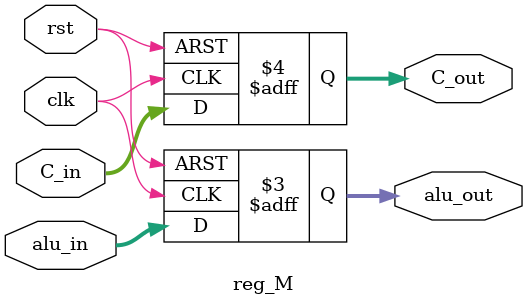
<source format=v>
module reg_M(
	input clk,rst,
	input [31:0] alu_in,
	input [31:0] C_in,
	output reg [31:0] alu_out, C_out
);

always@(posedge clk or negedge rst)
begin
	if(!rst)
	begin
		alu_out <= 32'd0;
		C_out <= 32'd0;
	end
	else
	begin
		alu_out <= alu_in;
		C_out <= C_in;
	end
end

endmodule
</source>
